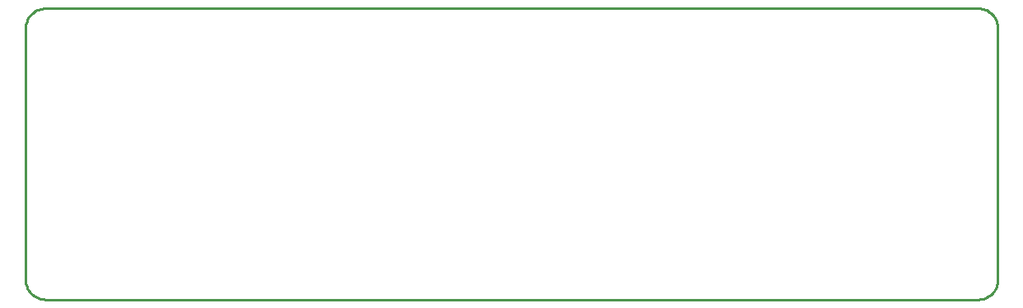
<source format=gbr>
G04 EAGLE Gerber RS-274X export*
G75*
%MOMM*%
%FSLAX34Y34*%
%LPD*%
%IN*%
%IPPOS*%
%AMOC8*
5,1,8,0,0,1.08239X$1,22.5*%
G01*
G04 Define Apertures*
%ADD10C,0.254000*%
D10*
X0Y20000D02*
X76Y18257D01*
X304Y16527D01*
X681Y14824D01*
X1206Y13160D01*
X1874Y11548D01*
X2680Y10000D01*
X3617Y8528D01*
X4679Y7144D01*
X5858Y5858D01*
X7144Y4679D01*
X8528Y3617D01*
X10000Y2680D01*
X11548Y1874D01*
X13160Y1206D01*
X14824Y681D01*
X16527Y304D01*
X18257Y76D01*
X20000Y0D01*
X980000Y0D01*
X981743Y76D01*
X983473Y304D01*
X985176Y681D01*
X986840Y1206D01*
X988452Y1874D01*
X990000Y2680D01*
X991472Y3617D01*
X992856Y4679D01*
X994142Y5858D01*
X995321Y7144D01*
X996383Y8528D01*
X997321Y10000D01*
X998126Y11548D01*
X998794Y13160D01*
X999319Y14824D01*
X999696Y16527D01*
X999924Y18257D01*
X1000000Y20000D01*
X1000000Y280000D01*
X999924Y281743D01*
X999696Y283473D01*
X999319Y285176D01*
X998794Y286840D01*
X998126Y288452D01*
X997321Y290000D01*
X996383Y291472D01*
X995321Y292856D01*
X994142Y294142D01*
X992856Y295321D01*
X991472Y296383D01*
X990000Y297321D01*
X988452Y298126D01*
X986840Y298794D01*
X985176Y299319D01*
X983473Y299696D01*
X981743Y299924D01*
X980000Y300000D01*
X20000Y300000D01*
X18257Y299924D01*
X16527Y299696D01*
X14824Y299319D01*
X13160Y298794D01*
X11548Y298126D01*
X10000Y297321D01*
X8528Y296383D01*
X7144Y295321D01*
X5858Y294142D01*
X4679Y292856D01*
X3617Y291472D01*
X2680Y290000D01*
X1874Y288452D01*
X1206Y286840D01*
X681Y285176D01*
X304Y283473D01*
X76Y281743D01*
X0Y280000D01*
X0Y20000D01*
M02*

</source>
